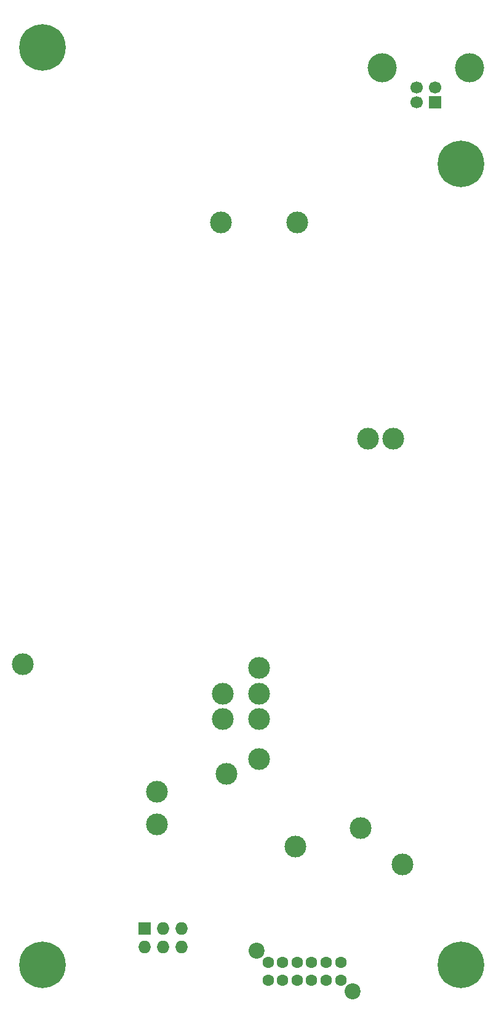
<source format=gbr>
G04 #@! TF.GenerationSoftware,KiCad,Pcbnew,6.0.2+dfsg-1*
G04 #@! TF.CreationDate,2022-12-26T21:57:54-05:00*
G04 #@! TF.ProjectId,RUSP_TestBoard,52555350-5f54-4657-9374-426f6172642e,rev?*
G04 #@! TF.SameCoordinates,Original*
G04 #@! TF.FileFunction,Soldermask,Bot*
G04 #@! TF.FilePolarity,Negative*
%FSLAX46Y46*%
G04 Gerber Fmt 4.6, Leading zero omitted, Abs format (unit mm)*
G04 Created by KiCad (PCBNEW 6.0.2+dfsg-1) date 2022-12-26 21:57:54*
%MOMM*%
%LPD*%
G01*
G04 APERTURE LIST*
%ADD10C,3.000000*%
%ADD11C,6.400000*%
%ADD12C,2.200000*%
%ADD13C,1.600000*%
%ADD14R,1.727200X1.727200*%
%ADD15O,1.727200X1.727200*%
%ADD16R,1.700000X1.700000*%
%ADD17C,1.700000*%
%ADD18C,4.000000*%
G04 APERTURE END LIST*
D10*
X110250000Y-138250000D03*
X124250000Y-124750000D03*
X139250000Y-89750000D03*
X129250000Y-145750000D03*
D11*
X152000000Y-162000000D03*
D10*
X124250000Y-121250000D03*
D11*
X94500000Y-36000000D03*
D10*
X119250000Y-128250000D03*
D11*
X94500000Y-162000000D03*
D10*
X124250000Y-133750000D03*
X91750000Y-120750000D03*
X124250000Y-128250000D03*
D12*
X123900000Y-160112500D03*
X137100000Y-165712500D03*
D13*
X135500000Y-164162500D03*
X133500000Y-164162500D03*
X131500000Y-164162500D03*
X129500000Y-164162500D03*
X127500000Y-164162500D03*
X125500000Y-164162500D03*
X135500000Y-161662500D03*
X133500000Y-161662500D03*
X131500000Y-161662500D03*
X129500000Y-161662500D03*
X127500000Y-161662500D03*
X125500000Y-161662500D03*
D10*
X144000000Y-148250000D03*
X119250000Y-124750000D03*
D11*
X152000000Y-52000000D03*
D10*
X129500000Y-60000000D03*
X119750000Y-135750000D03*
X119000000Y-60000000D03*
X138250000Y-143250000D03*
X110250000Y-142750000D03*
X142750000Y-89750000D03*
D14*
X108500000Y-157000000D03*
D15*
X108500000Y-159540000D03*
X111040000Y-157000000D03*
X111040000Y-159540000D03*
X113580000Y-157000000D03*
X113580000Y-159540000D03*
D16*
X148480000Y-43510000D03*
D17*
X145980000Y-43510000D03*
X145980000Y-41510000D03*
X148480000Y-41510000D03*
D18*
X153250000Y-38800000D03*
X141210000Y-38800000D03*
M02*

</source>
